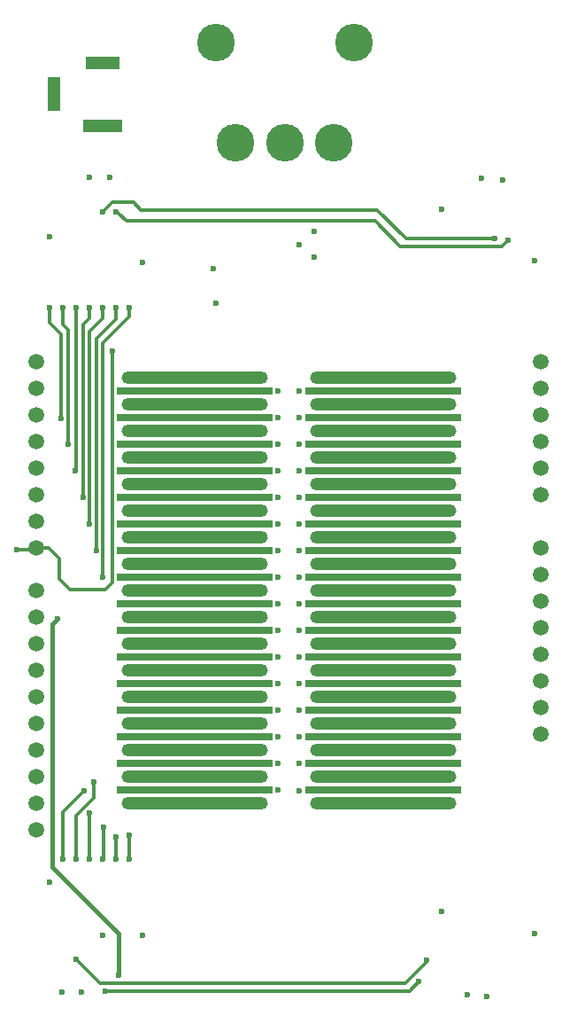
<source format=gbl>
G04*
G04 #@! TF.GenerationSoftware,Altium Limited,Altium Designer,19.0.14 (431)*
G04*
G04 Layer_Physical_Order=4*
G04 Layer_Color=16711680*
%FSLAX44Y44*%
%MOMM*%
G71*
G01*
G75*
%ADD35C,0.4000*%
%ADD36C,0.3000*%
%ADD38C,3.6000*%
%ADD39R,3.7000X1.3000*%
%ADD40R,3.2000X1.3000*%
%ADD41R,1.3000X3.2000*%
%ADD42C,1.5000*%
G04:AMPARAMS|DCode=43|XSize=14mm|YSize=1.2mm|CornerRadius=0.6mm|HoleSize=0mm|Usage=FLASHONLY|Rotation=0.000|XOffset=0mm|YOffset=0mm|HoleType=Round|Shape=RoundedRectangle|*
%AMROUNDEDRECTD43*
21,1,14.0000,0.0000,0,0,0.0*
21,1,12.8000,1.2000,0,0,0.0*
1,1,1.2000,6.4000,0.0000*
1,1,1.2000,-6.4000,0.0000*
1,1,1.2000,-6.4000,0.0000*
1,1,1.2000,6.4000,0.0000*
%
%ADD43ROUNDEDRECTD43*%
%ADD44C,0.6000*%
%ADD51R,15.0000X0.7000*%
D35*
X764540Y638810D02*
X769620Y643890D01*
X828040Y303840D02*
Y342900D01*
X764540Y406400D02*
X828040Y342900D01*
X764540Y406400D02*
Y638810D01*
D36*
X838050Y414020D02*
Y436880D01*
X774700Y459232D02*
X795020Y479552D01*
X774700Y414020D02*
Y459232D01*
X787400Y455930D02*
X803910Y472440D01*
X787400Y414020D02*
Y455930D01*
X849122Y1034288D02*
X1075436D01*
X812800Y1032510D02*
X821690Y1041400D01*
X842010D01*
X849122Y1034288D01*
X1102814Y1006910D02*
X1187958D01*
X1075436Y1034288D02*
X1102814Y1006910D01*
X835660Y1023620D02*
X1073150D01*
X826312Y1032510D02*
X827812Y1031010D01*
X828270D01*
X835660Y1023620D01*
X825500Y1032510D02*
X826312D01*
X1073150Y1023620D02*
X1097280Y999490D01*
X1194508D01*
X1200658Y1005640D01*
X1106170Y288290D02*
X1115060Y297180D01*
X1102360Y295910D02*
X1122680Y316230D01*
X815340Y288290D02*
X1106170D01*
X809806Y295910D02*
X1102360D01*
X787400Y318316D02*
X809806Y295910D01*
X1122680Y316230D02*
Y317500D01*
X730250Y709930D02*
X748030D01*
X749300Y711200D01*
X803910Y472440D02*
Y487680D01*
X800100Y414020D02*
Y458470D01*
X825500Y414020D02*
Y435610D01*
X812800Y414020D02*
Y414832D01*
X813566Y415598D01*
Y444500D01*
X762000Y926542D02*
Y941070D01*
Y926542D02*
X773176Y915366D01*
X774700Y925281D02*
X780034Y919947D01*
Y810260D02*
Y919947D01*
X773176Y835406D02*
Y915366D01*
X787400Y786130D02*
Y941070D01*
X786130Y784860D02*
X787400Y786130D01*
X793750Y759460D02*
Y924560D01*
X800250Y734210D02*
Y918360D01*
X800100Y734060D02*
X800250Y734210D01*
X793750Y924560D02*
X800100Y930910D01*
X800250Y918360D02*
X812800Y930910D01*
Y941070D01*
X800100Y930910D02*
Y941070D01*
X749327Y711227D02*
X760703D01*
X749300Y711200D02*
X749327Y711227D01*
X760703D02*
X770890Y701040D01*
Y681990D02*
Y701040D01*
Y681990D02*
X781050Y671830D01*
X815340D01*
X821690Y678180D01*
Y899160D01*
X812800Y711502D02*
Y906780D01*
X806600Y708810D02*
Y911040D01*
X812800Y906780D02*
X838200Y932180D01*
X812950Y683410D02*
Y711352D01*
X806600Y911040D02*
X825500Y929940D01*
X812800Y711502D02*
X812950Y711352D01*
X774700Y925281D02*
Y941070D01*
X806450Y708660D02*
X806600Y708810D01*
X812800Y683260D02*
X812950Y683410D01*
X838200Y932180D02*
Y941070D01*
X825500Y929940D02*
Y941070D01*
D38*
X939750Y1098500D02*
D03*
X1033750D02*
D03*
X920750Y1193800D02*
D03*
X1052750D02*
D03*
X986750Y1098500D02*
D03*
D39*
X812800Y1114750D02*
D03*
D40*
Y1174750D02*
D03*
D41*
X765800Y1144750D02*
D03*
D42*
X1231900Y762000D02*
D03*
Y787400D02*
D03*
Y812800D02*
D03*
Y838200D02*
D03*
Y863600D02*
D03*
Y889000D02*
D03*
X749300D02*
D03*
Y863600D02*
D03*
Y838200D02*
D03*
Y812800D02*
D03*
Y787400D02*
D03*
Y762000D02*
D03*
Y736600D02*
D03*
Y711200D02*
D03*
Y619760D02*
D03*
Y441960D02*
D03*
Y467360D02*
D03*
Y492760D02*
D03*
Y518160D02*
D03*
Y543560D02*
D03*
Y568960D02*
D03*
Y594360D02*
D03*
Y645160D02*
D03*
Y670560D02*
D03*
X1231900Y533400D02*
D03*
Y558800D02*
D03*
Y584200D02*
D03*
Y609600D02*
D03*
Y635000D02*
D03*
Y660400D02*
D03*
Y685800D02*
D03*
Y711200D02*
D03*
D43*
X1080770Y645160D02*
D03*
Y619760D02*
D03*
Y594360D02*
D03*
Y568960D02*
D03*
Y543560D02*
D03*
Y518160D02*
D03*
Y492760D02*
D03*
Y467360D02*
D03*
X900430D02*
D03*
Y492760D02*
D03*
Y518160D02*
D03*
Y543560D02*
D03*
Y568960D02*
D03*
Y594360D02*
D03*
Y619760D02*
D03*
Y645160D02*
D03*
Y848360D02*
D03*
Y873760D02*
D03*
Y822960D02*
D03*
Y797560D02*
D03*
Y772160D02*
D03*
Y746760D02*
D03*
Y721360D02*
D03*
Y695960D02*
D03*
Y670560D02*
D03*
X1080770D02*
D03*
Y695960D02*
D03*
Y721360D02*
D03*
Y746760D02*
D03*
Y772160D02*
D03*
Y797560D02*
D03*
Y822960D02*
D03*
Y873760D02*
D03*
Y848360D02*
D03*
D44*
X980440Y480060D02*
D03*
X1000531Y479552D02*
D03*
Y632460D02*
D03*
X838050Y436880D02*
D03*
X1226058Y342900D02*
D03*
X1137158Y1035050D02*
D03*
X1225550Y985520D02*
D03*
X1195070Y1062990D02*
D03*
X1175410Y1064260D02*
D03*
X1115060Y297180D02*
D03*
X1179830Y283210D02*
D03*
X1161440Y284480D02*
D03*
X1136970Y364490D02*
D03*
X825500Y1032510D02*
D03*
X1200658Y1005640D02*
D03*
X1187958Y1006910D02*
D03*
X812800Y1032510D02*
D03*
X815340Y288290D02*
D03*
X1122680Y317500D02*
D03*
X787400Y318316D02*
D03*
X730250Y709930D02*
D03*
X819150Y1065530D02*
D03*
X800100D02*
D03*
X980440Y835660D02*
D03*
Y810260D02*
D03*
Y708660D02*
D03*
Y734060D02*
D03*
Y607060D02*
D03*
Y632460D02*
D03*
Y505460D02*
D03*
Y530860D02*
D03*
Y861060D02*
D03*
Y784860D02*
D03*
Y759460D02*
D03*
Y683260D02*
D03*
Y657860D02*
D03*
Y581660D02*
D03*
Y556260D02*
D03*
X1000760Y505460D02*
D03*
X850900Y341630D02*
D03*
X828040Y303840D02*
D03*
X769620Y643890D02*
D03*
X812800Y341630D02*
D03*
X792480Y287020D02*
D03*
X774090D02*
D03*
X762000Y392430D02*
D03*
X803910Y487680D02*
D03*
X795020Y479552D02*
D03*
X838050Y414020D02*
D03*
X825500D02*
D03*
Y435610D02*
D03*
X813566Y444500D02*
D03*
X800100Y414020D02*
D03*
X812800D02*
D03*
X787400Y414020D02*
D03*
X774700Y414020D02*
D03*
X800100Y458470D02*
D03*
X773176Y835406D02*
D03*
X780034Y810260D02*
D03*
X786130Y784860D02*
D03*
X793750Y759460D02*
D03*
X821690Y899160D02*
D03*
X800100Y734060D02*
D03*
X806450Y708660D02*
D03*
X850900Y984250D02*
D03*
X762000Y1008380D02*
D03*
X812800Y683260D02*
D03*
X838200Y941070D02*
D03*
X825500D02*
D03*
X812800D02*
D03*
X800100D02*
D03*
X787400D02*
D03*
X774700D02*
D03*
X762000D02*
D03*
X920750Y944880D02*
D03*
X918210Y977900D02*
D03*
X1000760Y1000760D02*
D03*
X1014730Y989330D02*
D03*
Y1013460D02*
D03*
X1000760Y861060D02*
D03*
Y835660D02*
D03*
Y810260D02*
D03*
Y784860D02*
D03*
Y759460D02*
D03*
Y734060D02*
D03*
Y708660D02*
D03*
Y683260D02*
D03*
Y657860D02*
D03*
Y607060D02*
D03*
Y581660D02*
D03*
Y556260D02*
D03*
Y530860D02*
D03*
D51*
X1080770Y657860D02*
D03*
Y632460D02*
D03*
Y607060D02*
D03*
Y581660D02*
D03*
Y556260D02*
D03*
Y530860D02*
D03*
Y505460D02*
D03*
Y480060D02*
D03*
X900430D02*
D03*
Y505460D02*
D03*
Y530860D02*
D03*
Y556260D02*
D03*
Y581660D02*
D03*
Y607060D02*
D03*
Y632460D02*
D03*
Y657860D02*
D03*
Y861060D02*
D03*
Y835660D02*
D03*
Y810260D02*
D03*
Y784860D02*
D03*
Y759460D02*
D03*
Y734060D02*
D03*
Y708660D02*
D03*
Y683260D02*
D03*
X1080770D02*
D03*
Y708660D02*
D03*
Y734060D02*
D03*
Y759460D02*
D03*
Y784860D02*
D03*
Y810260D02*
D03*
Y835660D02*
D03*
Y861060D02*
D03*
M02*

</source>
